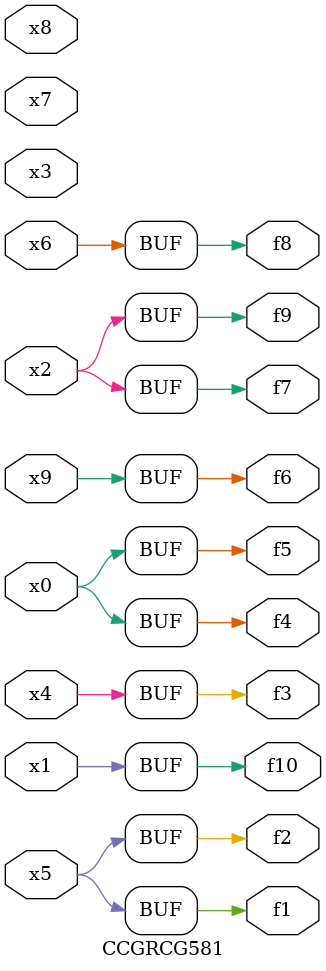
<source format=v>
module CCGRCG581(
	input x0, x1, x2, x3, x4, x5, x6, x7, x8, x9,
	output f1, f2, f3, f4, f5, f6, f7, f8, f9, f10
);
	assign f1 = x5;
	assign f2 = x5;
	assign f3 = x4;
	assign f4 = x0;
	assign f5 = x0;
	assign f6 = x9;
	assign f7 = x2;
	assign f8 = x6;
	assign f9 = x2;
	assign f10 = x1;
endmodule

</source>
